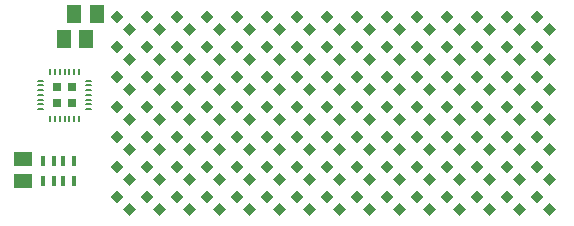
<source format=gbr>
G04 EAGLE Gerber RS-274X export*
G75*
%MOMM*%
%FSLAX34Y34*%
%LPD*%
%INSolderpaste Top*%
%IPPOS*%
%AMOC8*
5,1,8,0,0,1.08239X$1,22.5*%
G01*
%ADD10R,0.800000X0.800000*%
%ADD11C,0.180000*%
%ADD12R,0.700000X0.700000*%
%ADD13R,1.500000X1.240000*%
%ADD14R,0.450000X0.900000*%
%ADD15R,1.240000X1.500000*%


D10*
G36*
X98707Y35337D02*
X104363Y40993D01*
X110019Y35337D01*
X104363Y29681D01*
X98707Y35337D01*
G37*
G36*
X88101Y45943D02*
X93757Y51599D01*
X99413Y45943D01*
X93757Y40287D01*
X88101Y45943D01*
G37*
G36*
X98707Y60737D02*
X104363Y66393D01*
X110019Y60737D01*
X104363Y55081D01*
X98707Y60737D01*
G37*
G36*
X88101Y71343D02*
X93757Y76999D01*
X99413Y71343D01*
X93757Y65687D01*
X88101Y71343D01*
G37*
G36*
X98707Y86137D02*
X104363Y91793D01*
X110019Y86137D01*
X104363Y80481D01*
X98707Y86137D01*
G37*
G36*
X88101Y96743D02*
X93757Y102399D01*
X99413Y96743D01*
X93757Y91087D01*
X88101Y96743D01*
G37*
G36*
X98707Y111537D02*
X104363Y117193D01*
X110019Y111537D01*
X104363Y105881D01*
X98707Y111537D01*
G37*
G36*
X88101Y122143D02*
X93757Y127799D01*
X99413Y122143D01*
X93757Y116487D01*
X88101Y122143D01*
G37*
G36*
X98707Y136937D02*
X104363Y142593D01*
X110019Y136937D01*
X104363Y131281D01*
X98707Y136937D01*
G37*
G36*
X88101Y147543D02*
X93757Y153199D01*
X99413Y147543D01*
X93757Y141887D01*
X88101Y147543D01*
G37*
G36*
X98707Y162337D02*
X104363Y167993D01*
X110019Y162337D01*
X104363Y156681D01*
X98707Y162337D01*
G37*
G36*
X88101Y172943D02*
X93757Y178599D01*
X99413Y172943D01*
X93757Y167287D01*
X88101Y172943D01*
G37*
G36*
X98707Y187737D02*
X104363Y193393D01*
X110019Y187737D01*
X104363Y182081D01*
X98707Y187737D01*
G37*
G36*
X88101Y198343D02*
X93757Y203999D01*
X99413Y198343D01*
X93757Y192687D01*
X88101Y198343D01*
G37*
G36*
X124107Y35337D02*
X129763Y40993D01*
X135419Y35337D01*
X129763Y29681D01*
X124107Y35337D01*
G37*
G36*
X113501Y45943D02*
X119157Y51599D01*
X124813Y45943D01*
X119157Y40287D01*
X113501Y45943D01*
G37*
G36*
X124107Y60737D02*
X129763Y66393D01*
X135419Y60737D01*
X129763Y55081D01*
X124107Y60737D01*
G37*
G36*
X113501Y71343D02*
X119157Y76999D01*
X124813Y71343D01*
X119157Y65687D01*
X113501Y71343D01*
G37*
G36*
X124107Y86137D02*
X129763Y91793D01*
X135419Y86137D01*
X129763Y80481D01*
X124107Y86137D01*
G37*
G36*
X113501Y96743D02*
X119157Y102399D01*
X124813Y96743D01*
X119157Y91087D01*
X113501Y96743D01*
G37*
G36*
X124107Y111537D02*
X129763Y117193D01*
X135419Y111537D01*
X129763Y105881D01*
X124107Y111537D01*
G37*
G36*
X113501Y122143D02*
X119157Y127799D01*
X124813Y122143D01*
X119157Y116487D01*
X113501Y122143D01*
G37*
G36*
X124107Y136937D02*
X129763Y142593D01*
X135419Y136937D01*
X129763Y131281D01*
X124107Y136937D01*
G37*
G36*
X113501Y147543D02*
X119157Y153199D01*
X124813Y147543D01*
X119157Y141887D01*
X113501Y147543D01*
G37*
G36*
X124107Y162337D02*
X129763Y167993D01*
X135419Y162337D01*
X129763Y156681D01*
X124107Y162337D01*
G37*
G36*
X113501Y172943D02*
X119157Y178599D01*
X124813Y172943D01*
X119157Y167287D01*
X113501Y172943D01*
G37*
G36*
X124107Y187737D02*
X129763Y193393D01*
X135419Y187737D01*
X129763Y182081D01*
X124107Y187737D01*
G37*
G36*
X113501Y198343D02*
X119157Y203999D01*
X124813Y198343D01*
X119157Y192687D01*
X113501Y198343D01*
G37*
G36*
X149507Y35337D02*
X155163Y40993D01*
X160819Y35337D01*
X155163Y29681D01*
X149507Y35337D01*
G37*
G36*
X138901Y45943D02*
X144557Y51599D01*
X150213Y45943D01*
X144557Y40287D01*
X138901Y45943D01*
G37*
G36*
X149507Y60737D02*
X155163Y66393D01*
X160819Y60737D01*
X155163Y55081D01*
X149507Y60737D01*
G37*
G36*
X138901Y71343D02*
X144557Y76999D01*
X150213Y71343D01*
X144557Y65687D01*
X138901Y71343D01*
G37*
G36*
X149507Y86137D02*
X155163Y91793D01*
X160819Y86137D01*
X155163Y80481D01*
X149507Y86137D01*
G37*
G36*
X138901Y96743D02*
X144557Y102399D01*
X150213Y96743D01*
X144557Y91087D01*
X138901Y96743D01*
G37*
G36*
X149507Y111537D02*
X155163Y117193D01*
X160819Y111537D01*
X155163Y105881D01*
X149507Y111537D01*
G37*
G36*
X138901Y122143D02*
X144557Y127799D01*
X150213Y122143D01*
X144557Y116487D01*
X138901Y122143D01*
G37*
G36*
X149507Y136937D02*
X155163Y142593D01*
X160819Y136937D01*
X155163Y131281D01*
X149507Y136937D01*
G37*
G36*
X138901Y147543D02*
X144557Y153199D01*
X150213Y147543D01*
X144557Y141887D01*
X138901Y147543D01*
G37*
G36*
X149507Y162337D02*
X155163Y167993D01*
X160819Y162337D01*
X155163Y156681D01*
X149507Y162337D01*
G37*
G36*
X138901Y172943D02*
X144557Y178599D01*
X150213Y172943D01*
X144557Y167287D01*
X138901Y172943D01*
G37*
G36*
X149507Y187737D02*
X155163Y193393D01*
X160819Y187737D01*
X155163Y182081D01*
X149507Y187737D01*
G37*
G36*
X138901Y198343D02*
X144557Y203999D01*
X150213Y198343D01*
X144557Y192687D01*
X138901Y198343D01*
G37*
G36*
X174907Y35337D02*
X180563Y40993D01*
X186219Y35337D01*
X180563Y29681D01*
X174907Y35337D01*
G37*
G36*
X164301Y45943D02*
X169957Y51599D01*
X175613Y45943D01*
X169957Y40287D01*
X164301Y45943D01*
G37*
G36*
X174907Y60737D02*
X180563Y66393D01*
X186219Y60737D01*
X180563Y55081D01*
X174907Y60737D01*
G37*
G36*
X164301Y71343D02*
X169957Y76999D01*
X175613Y71343D01*
X169957Y65687D01*
X164301Y71343D01*
G37*
G36*
X174907Y86137D02*
X180563Y91793D01*
X186219Y86137D01*
X180563Y80481D01*
X174907Y86137D01*
G37*
G36*
X164301Y96743D02*
X169957Y102399D01*
X175613Y96743D01*
X169957Y91087D01*
X164301Y96743D01*
G37*
G36*
X174907Y111537D02*
X180563Y117193D01*
X186219Y111537D01*
X180563Y105881D01*
X174907Y111537D01*
G37*
G36*
X164301Y122143D02*
X169957Y127799D01*
X175613Y122143D01*
X169957Y116487D01*
X164301Y122143D01*
G37*
G36*
X174907Y136937D02*
X180563Y142593D01*
X186219Y136937D01*
X180563Y131281D01*
X174907Y136937D01*
G37*
G36*
X164301Y147543D02*
X169957Y153199D01*
X175613Y147543D01*
X169957Y141887D01*
X164301Y147543D01*
G37*
G36*
X174907Y162337D02*
X180563Y167993D01*
X186219Y162337D01*
X180563Y156681D01*
X174907Y162337D01*
G37*
G36*
X164301Y172943D02*
X169957Y178599D01*
X175613Y172943D01*
X169957Y167287D01*
X164301Y172943D01*
G37*
G36*
X174907Y187737D02*
X180563Y193393D01*
X186219Y187737D01*
X180563Y182081D01*
X174907Y187737D01*
G37*
G36*
X164301Y198343D02*
X169957Y203999D01*
X175613Y198343D01*
X169957Y192687D01*
X164301Y198343D01*
G37*
G36*
X200307Y35337D02*
X205963Y40993D01*
X211619Y35337D01*
X205963Y29681D01*
X200307Y35337D01*
G37*
G36*
X189701Y45943D02*
X195357Y51599D01*
X201013Y45943D01*
X195357Y40287D01*
X189701Y45943D01*
G37*
G36*
X200307Y60737D02*
X205963Y66393D01*
X211619Y60737D01*
X205963Y55081D01*
X200307Y60737D01*
G37*
G36*
X189701Y71343D02*
X195357Y76999D01*
X201013Y71343D01*
X195357Y65687D01*
X189701Y71343D01*
G37*
G36*
X200307Y86137D02*
X205963Y91793D01*
X211619Y86137D01*
X205963Y80481D01*
X200307Y86137D01*
G37*
G36*
X189701Y96743D02*
X195357Y102399D01*
X201013Y96743D01*
X195357Y91087D01*
X189701Y96743D01*
G37*
G36*
X200307Y111537D02*
X205963Y117193D01*
X211619Y111537D01*
X205963Y105881D01*
X200307Y111537D01*
G37*
G36*
X189701Y122143D02*
X195357Y127799D01*
X201013Y122143D01*
X195357Y116487D01*
X189701Y122143D01*
G37*
G36*
X200307Y136937D02*
X205963Y142593D01*
X211619Y136937D01*
X205963Y131281D01*
X200307Y136937D01*
G37*
G36*
X189701Y147543D02*
X195357Y153199D01*
X201013Y147543D01*
X195357Y141887D01*
X189701Y147543D01*
G37*
G36*
X200307Y162337D02*
X205963Y167993D01*
X211619Y162337D01*
X205963Y156681D01*
X200307Y162337D01*
G37*
G36*
X189701Y172943D02*
X195357Y178599D01*
X201013Y172943D01*
X195357Y167287D01*
X189701Y172943D01*
G37*
G36*
X200307Y187737D02*
X205963Y193393D01*
X211619Y187737D01*
X205963Y182081D01*
X200307Y187737D01*
G37*
G36*
X189701Y198343D02*
X195357Y203999D01*
X201013Y198343D01*
X195357Y192687D01*
X189701Y198343D01*
G37*
G36*
X225707Y35337D02*
X231363Y40993D01*
X237019Y35337D01*
X231363Y29681D01*
X225707Y35337D01*
G37*
G36*
X215101Y45943D02*
X220757Y51599D01*
X226413Y45943D01*
X220757Y40287D01*
X215101Y45943D01*
G37*
G36*
X225707Y60737D02*
X231363Y66393D01*
X237019Y60737D01*
X231363Y55081D01*
X225707Y60737D01*
G37*
G36*
X215101Y71343D02*
X220757Y76999D01*
X226413Y71343D01*
X220757Y65687D01*
X215101Y71343D01*
G37*
G36*
X225707Y86137D02*
X231363Y91793D01*
X237019Y86137D01*
X231363Y80481D01*
X225707Y86137D01*
G37*
G36*
X215101Y96743D02*
X220757Y102399D01*
X226413Y96743D01*
X220757Y91087D01*
X215101Y96743D01*
G37*
G36*
X225707Y111537D02*
X231363Y117193D01*
X237019Y111537D01*
X231363Y105881D01*
X225707Y111537D01*
G37*
G36*
X215101Y122143D02*
X220757Y127799D01*
X226413Y122143D01*
X220757Y116487D01*
X215101Y122143D01*
G37*
G36*
X225707Y136937D02*
X231363Y142593D01*
X237019Y136937D01*
X231363Y131281D01*
X225707Y136937D01*
G37*
G36*
X215101Y147543D02*
X220757Y153199D01*
X226413Y147543D01*
X220757Y141887D01*
X215101Y147543D01*
G37*
G36*
X225707Y162337D02*
X231363Y167993D01*
X237019Y162337D01*
X231363Y156681D01*
X225707Y162337D01*
G37*
G36*
X215101Y172943D02*
X220757Y178599D01*
X226413Y172943D01*
X220757Y167287D01*
X215101Y172943D01*
G37*
G36*
X225707Y187737D02*
X231363Y193393D01*
X237019Y187737D01*
X231363Y182081D01*
X225707Y187737D01*
G37*
G36*
X215101Y198343D02*
X220757Y203999D01*
X226413Y198343D01*
X220757Y192687D01*
X215101Y198343D01*
G37*
G36*
X251107Y35337D02*
X256763Y40993D01*
X262419Y35337D01*
X256763Y29681D01*
X251107Y35337D01*
G37*
G36*
X240501Y45943D02*
X246157Y51599D01*
X251813Y45943D01*
X246157Y40287D01*
X240501Y45943D01*
G37*
G36*
X251107Y60737D02*
X256763Y66393D01*
X262419Y60737D01*
X256763Y55081D01*
X251107Y60737D01*
G37*
G36*
X240501Y71343D02*
X246157Y76999D01*
X251813Y71343D01*
X246157Y65687D01*
X240501Y71343D01*
G37*
G36*
X251107Y86137D02*
X256763Y91793D01*
X262419Y86137D01*
X256763Y80481D01*
X251107Y86137D01*
G37*
G36*
X240501Y96743D02*
X246157Y102399D01*
X251813Y96743D01*
X246157Y91087D01*
X240501Y96743D01*
G37*
G36*
X251107Y111537D02*
X256763Y117193D01*
X262419Y111537D01*
X256763Y105881D01*
X251107Y111537D01*
G37*
G36*
X240501Y122143D02*
X246157Y127799D01*
X251813Y122143D01*
X246157Y116487D01*
X240501Y122143D01*
G37*
G36*
X251107Y136937D02*
X256763Y142593D01*
X262419Y136937D01*
X256763Y131281D01*
X251107Y136937D01*
G37*
G36*
X240501Y147543D02*
X246157Y153199D01*
X251813Y147543D01*
X246157Y141887D01*
X240501Y147543D01*
G37*
G36*
X251107Y162337D02*
X256763Y167993D01*
X262419Y162337D01*
X256763Y156681D01*
X251107Y162337D01*
G37*
G36*
X240501Y172943D02*
X246157Y178599D01*
X251813Y172943D01*
X246157Y167287D01*
X240501Y172943D01*
G37*
G36*
X251107Y187737D02*
X256763Y193393D01*
X262419Y187737D01*
X256763Y182081D01*
X251107Y187737D01*
G37*
G36*
X240501Y198343D02*
X246157Y203999D01*
X251813Y198343D01*
X246157Y192687D01*
X240501Y198343D01*
G37*
G36*
X276507Y35337D02*
X282163Y40993D01*
X287819Y35337D01*
X282163Y29681D01*
X276507Y35337D01*
G37*
G36*
X265901Y45943D02*
X271557Y51599D01*
X277213Y45943D01*
X271557Y40287D01*
X265901Y45943D01*
G37*
G36*
X276507Y60737D02*
X282163Y66393D01*
X287819Y60737D01*
X282163Y55081D01*
X276507Y60737D01*
G37*
G36*
X265901Y71343D02*
X271557Y76999D01*
X277213Y71343D01*
X271557Y65687D01*
X265901Y71343D01*
G37*
G36*
X276507Y86137D02*
X282163Y91793D01*
X287819Y86137D01*
X282163Y80481D01*
X276507Y86137D01*
G37*
G36*
X265901Y96743D02*
X271557Y102399D01*
X277213Y96743D01*
X271557Y91087D01*
X265901Y96743D01*
G37*
G36*
X276507Y111537D02*
X282163Y117193D01*
X287819Y111537D01*
X282163Y105881D01*
X276507Y111537D01*
G37*
G36*
X265901Y122143D02*
X271557Y127799D01*
X277213Y122143D01*
X271557Y116487D01*
X265901Y122143D01*
G37*
G36*
X276507Y136937D02*
X282163Y142593D01*
X287819Y136937D01*
X282163Y131281D01*
X276507Y136937D01*
G37*
G36*
X265901Y147543D02*
X271557Y153199D01*
X277213Y147543D01*
X271557Y141887D01*
X265901Y147543D01*
G37*
G36*
X276507Y162337D02*
X282163Y167993D01*
X287819Y162337D01*
X282163Y156681D01*
X276507Y162337D01*
G37*
G36*
X265901Y172943D02*
X271557Y178599D01*
X277213Y172943D01*
X271557Y167287D01*
X265901Y172943D01*
G37*
G36*
X276507Y187737D02*
X282163Y193393D01*
X287819Y187737D01*
X282163Y182081D01*
X276507Y187737D01*
G37*
G36*
X265901Y198343D02*
X271557Y203999D01*
X277213Y198343D01*
X271557Y192687D01*
X265901Y198343D01*
G37*
G36*
X455013Y198343D02*
X449357Y192687D01*
X443701Y198343D01*
X449357Y203999D01*
X455013Y198343D01*
G37*
G36*
X465619Y187737D02*
X459963Y182081D01*
X454307Y187737D01*
X459963Y193393D01*
X465619Y187737D01*
G37*
G36*
X455013Y172943D02*
X449357Y167287D01*
X443701Y172943D01*
X449357Y178599D01*
X455013Y172943D01*
G37*
G36*
X465619Y162337D02*
X459963Y156681D01*
X454307Y162337D01*
X459963Y167993D01*
X465619Y162337D01*
G37*
G36*
X455013Y147543D02*
X449357Y141887D01*
X443701Y147543D01*
X449357Y153199D01*
X455013Y147543D01*
G37*
G36*
X465619Y136937D02*
X459963Y131281D01*
X454307Y136937D01*
X459963Y142593D01*
X465619Y136937D01*
G37*
G36*
X455013Y122143D02*
X449357Y116487D01*
X443701Y122143D01*
X449357Y127799D01*
X455013Y122143D01*
G37*
G36*
X465619Y111537D02*
X459963Y105881D01*
X454307Y111537D01*
X459963Y117193D01*
X465619Y111537D01*
G37*
G36*
X455013Y96743D02*
X449357Y91087D01*
X443701Y96743D01*
X449357Y102399D01*
X455013Y96743D01*
G37*
G36*
X465619Y86137D02*
X459963Y80481D01*
X454307Y86137D01*
X459963Y91793D01*
X465619Y86137D01*
G37*
G36*
X455013Y71343D02*
X449357Y65687D01*
X443701Y71343D01*
X449357Y76999D01*
X455013Y71343D01*
G37*
G36*
X465619Y60737D02*
X459963Y55081D01*
X454307Y60737D01*
X459963Y66393D01*
X465619Y60737D01*
G37*
G36*
X455013Y45943D02*
X449357Y40287D01*
X443701Y45943D01*
X449357Y51599D01*
X455013Y45943D01*
G37*
G36*
X465619Y35337D02*
X459963Y29681D01*
X454307Y35337D01*
X459963Y40993D01*
X465619Y35337D01*
G37*
G36*
X429613Y198343D02*
X423957Y192687D01*
X418301Y198343D01*
X423957Y203999D01*
X429613Y198343D01*
G37*
G36*
X440219Y187737D02*
X434563Y182081D01*
X428907Y187737D01*
X434563Y193393D01*
X440219Y187737D01*
G37*
G36*
X429613Y172943D02*
X423957Y167287D01*
X418301Y172943D01*
X423957Y178599D01*
X429613Y172943D01*
G37*
G36*
X440219Y162337D02*
X434563Y156681D01*
X428907Y162337D01*
X434563Y167993D01*
X440219Y162337D01*
G37*
G36*
X429613Y147543D02*
X423957Y141887D01*
X418301Y147543D01*
X423957Y153199D01*
X429613Y147543D01*
G37*
G36*
X440219Y136937D02*
X434563Y131281D01*
X428907Y136937D01*
X434563Y142593D01*
X440219Y136937D01*
G37*
G36*
X429613Y122143D02*
X423957Y116487D01*
X418301Y122143D01*
X423957Y127799D01*
X429613Y122143D01*
G37*
G36*
X440219Y111537D02*
X434563Y105881D01*
X428907Y111537D01*
X434563Y117193D01*
X440219Y111537D01*
G37*
G36*
X429613Y96743D02*
X423957Y91087D01*
X418301Y96743D01*
X423957Y102399D01*
X429613Y96743D01*
G37*
G36*
X440219Y86137D02*
X434563Y80481D01*
X428907Y86137D01*
X434563Y91793D01*
X440219Y86137D01*
G37*
G36*
X429613Y71343D02*
X423957Y65687D01*
X418301Y71343D01*
X423957Y76999D01*
X429613Y71343D01*
G37*
G36*
X440219Y60737D02*
X434563Y55081D01*
X428907Y60737D01*
X434563Y66393D01*
X440219Y60737D01*
G37*
G36*
X429613Y45943D02*
X423957Y40287D01*
X418301Y45943D01*
X423957Y51599D01*
X429613Y45943D01*
G37*
G36*
X440219Y35337D02*
X434563Y29681D01*
X428907Y35337D01*
X434563Y40993D01*
X440219Y35337D01*
G37*
G36*
X404213Y198343D02*
X398557Y192687D01*
X392901Y198343D01*
X398557Y203999D01*
X404213Y198343D01*
G37*
G36*
X414819Y187737D02*
X409163Y182081D01*
X403507Y187737D01*
X409163Y193393D01*
X414819Y187737D01*
G37*
G36*
X404213Y172943D02*
X398557Y167287D01*
X392901Y172943D01*
X398557Y178599D01*
X404213Y172943D01*
G37*
G36*
X414819Y162337D02*
X409163Y156681D01*
X403507Y162337D01*
X409163Y167993D01*
X414819Y162337D01*
G37*
G36*
X404213Y147543D02*
X398557Y141887D01*
X392901Y147543D01*
X398557Y153199D01*
X404213Y147543D01*
G37*
G36*
X414819Y136937D02*
X409163Y131281D01*
X403507Y136937D01*
X409163Y142593D01*
X414819Y136937D01*
G37*
G36*
X404213Y122143D02*
X398557Y116487D01*
X392901Y122143D01*
X398557Y127799D01*
X404213Y122143D01*
G37*
G36*
X414819Y111537D02*
X409163Y105881D01*
X403507Y111537D01*
X409163Y117193D01*
X414819Y111537D01*
G37*
G36*
X404213Y96743D02*
X398557Y91087D01*
X392901Y96743D01*
X398557Y102399D01*
X404213Y96743D01*
G37*
G36*
X414819Y86137D02*
X409163Y80481D01*
X403507Y86137D01*
X409163Y91793D01*
X414819Y86137D01*
G37*
G36*
X404213Y71343D02*
X398557Y65687D01*
X392901Y71343D01*
X398557Y76999D01*
X404213Y71343D01*
G37*
G36*
X414819Y60737D02*
X409163Y55081D01*
X403507Y60737D01*
X409163Y66393D01*
X414819Y60737D01*
G37*
G36*
X404213Y45943D02*
X398557Y40287D01*
X392901Y45943D01*
X398557Y51599D01*
X404213Y45943D01*
G37*
G36*
X414819Y35337D02*
X409163Y29681D01*
X403507Y35337D01*
X409163Y40993D01*
X414819Y35337D01*
G37*
G36*
X378813Y198343D02*
X373157Y192687D01*
X367501Y198343D01*
X373157Y203999D01*
X378813Y198343D01*
G37*
G36*
X389419Y187737D02*
X383763Y182081D01*
X378107Y187737D01*
X383763Y193393D01*
X389419Y187737D01*
G37*
G36*
X378813Y172943D02*
X373157Y167287D01*
X367501Y172943D01*
X373157Y178599D01*
X378813Y172943D01*
G37*
G36*
X389419Y162337D02*
X383763Y156681D01*
X378107Y162337D01*
X383763Y167993D01*
X389419Y162337D01*
G37*
G36*
X378813Y147543D02*
X373157Y141887D01*
X367501Y147543D01*
X373157Y153199D01*
X378813Y147543D01*
G37*
G36*
X389419Y136937D02*
X383763Y131281D01*
X378107Y136937D01*
X383763Y142593D01*
X389419Y136937D01*
G37*
G36*
X378813Y122143D02*
X373157Y116487D01*
X367501Y122143D01*
X373157Y127799D01*
X378813Y122143D01*
G37*
G36*
X389419Y111537D02*
X383763Y105881D01*
X378107Y111537D01*
X383763Y117193D01*
X389419Y111537D01*
G37*
G36*
X378813Y96743D02*
X373157Y91087D01*
X367501Y96743D01*
X373157Y102399D01*
X378813Y96743D01*
G37*
G36*
X389419Y86137D02*
X383763Y80481D01*
X378107Y86137D01*
X383763Y91793D01*
X389419Y86137D01*
G37*
G36*
X378813Y71343D02*
X373157Y65687D01*
X367501Y71343D01*
X373157Y76999D01*
X378813Y71343D01*
G37*
G36*
X389419Y60737D02*
X383763Y55081D01*
X378107Y60737D01*
X383763Y66393D01*
X389419Y60737D01*
G37*
G36*
X378813Y45943D02*
X373157Y40287D01*
X367501Y45943D01*
X373157Y51599D01*
X378813Y45943D01*
G37*
G36*
X389419Y35337D02*
X383763Y29681D01*
X378107Y35337D01*
X383763Y40993D01*
X389419Y35337D01*
G37*
G36*
X353413Y198343D02*
X347757Y192687D01*
X342101Y198343D01*
X347757Y203999D01*
X353413Y198343D01*
G37*
G36*
X364019Y187737D02*
X358363Y182081D01*
X352707Y187737D01*
X358363Y193393D01*
X364019Y187737D01*
G37*
G36*
X353413Y172943D02*
X347757Y167287D01*
X342101Y172943D01*
X347757Y178599D01*
X353413Y172943D01*
G37*
G36*
X364019Y162337D02*
X358363Y156681D01*
X352707Y162337D01*
X358363Y167993D01*
X364019Y162337D01*
G37*
G36*
X353413Y147543D02*
X347757Y141887D01*
X342101Y147543D01*
X347757Y153199D01*
X353413Y147543D01*
G37*
G36*
X364019Y136937D02*
X358363Y131281D01*
X352707Y136937D01*
X358363Y142593D01*
X364019Y136937D01*
G37*
G36*
X353413Y122143D02*
X347757Y116487D01*
X342101Y122143D01*
X347757Y127799D01*
X353413Y122143D01*
G37*
G36*
X364019Y111537D02*
X358363Y105881D01*
X352707Y111537D01*
X358363Y117193D01*
X364019Y111537D01*
G37*
G36*
X353413Y96743D02*
X347757Y91087D01*
X342101Y96743D01*
X347757Y102399D01*
X353413Y96743D01*
G37*
G36*
X364019Y86137D02*
X358363Y80481D01*
X352707Y86137D01*
X358363Y91793D01*
X364019Y86137D01*
G37*
G36*
X353413Y71343D02*
X347757Y65687D01*
X342101Y71343D01*
X347757Y76999D01*
X353413Y71343D01*
G37*
G36*
X364019Y60737D02*
X358363Y55081D01*
X352707Y60737D01*
X358363Y66393D01*
X364019Y60737D01*
G37*
G36*
X353413Y45943D02*
X347757Y40287D01*
X342101Y45943D01*
X347757Y51599D01*
X353413Y45943D01*
G37*
G36*
X364019Y35337D02*
X358363Y29681D01*
X352707Y35337D01*
X358363Y40993D01*
X364019Y35337D01*
G37*
G36*
X328013Y198343D02*
X322357Y192687D01*
X316701Y198343D01*
X322357Y203999D01*
X328013Y198343D01*
G37*
G36*
X338619Y187737D02*
X332963Y182081D01*
X327307Y187737D01*
X332963Y193393D01*
X338619Y187737D01*
G37*
G36*
X328013Y172943D02*
X322357Y167287D01*
X316701Y172943D01*
X322357Y178599D01*
X328013Y172943D01*
G37*
G36*
X338619Y162337D02*
X332963Y156681D01*
X327307Y162337D01*
X332963Y167993D01*
X338619Y162337D01*
G37*
G36*
X328013Y147543D02*
X322357Y141887D01*
X316701Y147543D01*
X322357Y153199D01*
X328013Y147543D01*
G37*
G36*
X338619Y136937D02*
X332963Y131281D01*
X327307Y136937D01*
X332963Y142593D01*
X338619Y136937D01*
G37*
G36*
X328013Y122143D02*
X322357Y116487D01*
X316701Y122143D01*
X322357Y127799D01*
X328013Y122143D01*
G37*
G36*
X338619Y111537D02*
X332963Y105881D01*
X327307Y111537D01*
X332963Y117193D01*
X338619Y111537D01*
G37*
G36*
X328013Y96743D02*
X322357Y91087D01*
X316701Y96743D01*
X322357Y102399D01*
X328013Y96743D01*
G37*
G36*
X338619Y86137D02*
X332963Y80481D01*
X327307Y86137D01*
X332963Y91793D01*
X338619Y86137D01*
G37*
G36*
X328013Y71343D02*
X322357Y65687D01*
X316701Y71343D01*
X322357Y76999D01*
X328013Y71343D01*
G37*
G36*
X338619Y60737D02*
X332963Y55081D01*
X327307Y60737D01*
X332963Y66393D01*
X338619Y60737D01*
G37*
G36*
X328013Y45943D02*
X322357Y40287D01*
X316701Y45943D01*
X322357Y51599D01*
X328013Y45943D01*
G37*
G36*
X338619Y35337D02*
X332963Y29681D01*
X327307Y35337D01*
X332963Y40993D01*
X338619Y35337D01*
G37*
G36*
X302613Y198343D02*
X296957Y192687D01*
X291301Y198343D01*
X296957Y203999D01*
X302613Y198343D01*
G37*
G36*
X313219Y187737D02*
X307563Y182081D01*
X301907Y187737D01*
X307563Y193393D01*
X313219Y187737D01*
G37*
G36*
X302613Y172943D02*
X296957Y167287D01*
X291301Y172943D01*
X296957Y178599D01*
X302613Y172943D01*
G37*
G36*
X313219Y162337D02*
X307563Y156681D01*
X301907Y162337D01*
X307563Y167993D01*
X313219Y162337D01*
G37*
G36*
X302613Y147543D02*
X296957Y141887D01*
X291301Y147543D01*
X296957Y153199D01*
X302613Y147543D01*
G37*
G36*
X313219Y136937D02*
X307563Y131281D01*
X301907Y136937D01*
X307563Y142593D01*
X313219Y136937D01*
G37*
G36*
X302613Y122143D02*
X296957Y116487D01*
X291301Y122143D01*
X296957Y127799D01*
X302613Y122143D01*
G37*
G36*
X313219Y111537D02*
X307563Y105881D01*
X301907Y111537D01*
X307563Y117193D01*
X313219Y111537D01*
G37*
G36*
X302613Y96743D02*
X296957Y91087D01*
X291301Y96743D01*
X296957Y102399D01*
X302613Y96743D01*
G37*
G36*
X313219Y86137D02*
X307563Y80481D01*
X301907Y86137D01*
X307563Y91793D01*
X313219Y86137D01*
G37*
G36*
X302613Y71343D02*
X296957Y65687D01*
X291301Y71343D01*
X296957Y76999D01*
X302613Y71343D01*
G37*
G36*
X313219Y60737D02*
X307563Y55081D01*
X301907Y60737D01*
X307563Y66393D01*
X313219Y60737D01*
G37*
G36*
X302613Y45943D02*
X296957Y40287D01*
X291301Y45943D01*
X296957Y51599D01*
X302613Y45943D01*
G37*
G36*
X313219Y35337D02*
X307563Y29681D01*
X301907Y35337D01*
X307563Y40993D01*
X313219Y35337D01*
G37*
D11*
X61530Y149980D02*
X61530Y154180D01*
X57530Y154180D02*
X57530Y149980D01*
X53530Y149980D02*
X53530Y154180D01*
X49530Y154180D02*
X49530Y149980D01*
X45530Y149980D02*
X45530Y154180D01*
X41530Y154180D02*
X41530Y149980D01*
X37530Y149980D02*
X37530Y154180D01*
X31630Y144080D02*
X27430Y144080D01*
X27430Y140080D02*
X31630Y140080D01*
X31630Y136080D02*
X27430Y136080D01*
X27430Y132080D02*
X31630Y132080D01*
X31630Y128080D02*
X27430Y128080D01*
X27430Y124080D02*
X31630Y124080D01*
X31630Y120080D02*
X27430Y120080D01*
X37530Y114180D02*
X37530Y109980D01*
X41530Y109980D02*
X41530Y114180D01*
X45530Y114180D02*
X45530Y109980D01*
X49530Y109980D02*
X49530Y114180D01*
X53530Y114180D02*
X53530Y109980D01*
X57530Y109980D02*
X57530Y114180D01*
X61530Y114180D02*
X61530Y109980D01*
X67430Y120080D02*
X71630Y120080D01*
X71630Y124080D02*
X67430Y124080D01*
X67430Y128080D02*
X71630Y128080D01*
X71630Y132080D02*
X67430Y132080D01*
X67430Y136080D02*
X71630Y136080D01*
X71630Y140080D02*
X67430Y140080D01*
X67430Y144080D02*
X71630Y144080D01*
D12*
X56030Y138580D03*
X56030Y125580D03*
X43030Y125580D03*
X43030Y138580D03*
D13*
X13970Y78080D03*
X13970Y59080D03*
D14*
X57450Y58810D03*
X57450Y75810D03*
X48450Y58810D03*
X40450Y58810D03*
X31450Y58810D03*
X31450Y75810D03*
X48450Y75810D03*
X40450Y75810D03*
D15*
X76810Y200660D03*
X57810Y200660D03*
X67920Y179070D03*
X48920Y179070D03*
M02*

</source>
